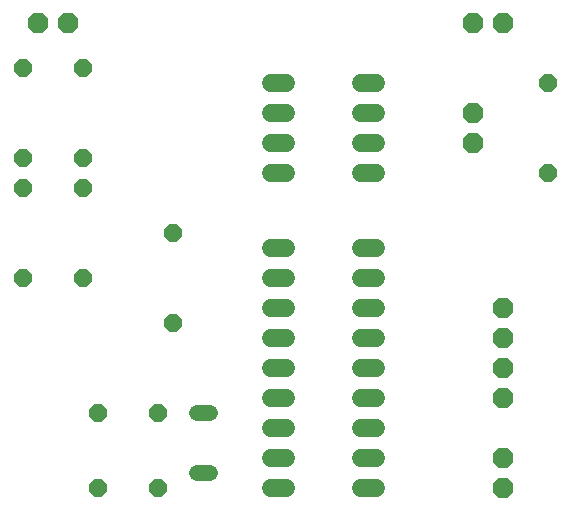
<source format=gbr>
G04 EAGLE Gerber RS-274X export*
G75*
%MOMM*%
%FSLAX34Y34*%
%LPD*%
%INSoldermask Bottom*%
%IPPOS*%
%AMOC8*
5,1,8,0,0,1.08239X$1,22.5*%
G01*
%ADD10P,1.852186X8X202.500000*%
%ADD11P,1.649562X8X202.500000*%
%ADD12P,1.852186X8X22.500000*%
%ADD13C,1.524000*%
%ADD14C,1.320800*%
%ADD15P,1.649562X8X112.500000*%
%ADD16P,1.852186X8X112.500000*%


D10*
X444500Y431800D03*
X419100Y431800D03*
X76200Y431800D03*
X50800Y431800D03*
D11*
X152400Y101600D03*
X101600Y101600D03*
X152400Y38100D03*
X101600Y38100D03*
D12*
X419100Y330200D03*
X419100Y355600D03*
D13*
X260604Y241300D02*
X247396Y241300D01*
X247396Y215900D02*
X260604Y215900D01*
X260604Y88900D02*
X247396Y88900D01*
X247396Y63500D02*
X260604Y63500D01*
X260604Y190500D02*
X247396Y190500D01*
X247396Y165100D02*
X260604Y165100D01*
X260604Y114300D02*
X247396Y114300D01*
X247396Y139700D02*
X260604Y139700D01*
X260604Y38100D02*
X247396Y38100D01*
X323596Y38100D02*
X336804Y38100D01*
X336804Y63500D02*
X323596Y63500D01*
X323596Y88900D02*
X336804Y88900D01*
X336804Y114300D02*
X323596Y114300D01*
X323596Y139700D02*
X336804Y139700D01*
X336804Y165100D02*
X323596Y165100D01*
X323596Y190500D02*
X336804Y190500D01*
X336804Y215900D02*
X323596Y215900D01*
X323596Y241300D02*
X336804Y241300D01*
X260604Y381000D02*
X247396Y381000D01*
X247396Y355600D02*
X260604Y355600D01*
X323596Y355600D02*
X336804Y355600D01*
X336804Y381000D02*
X323596Y381000D01*
X260604Y330200D02*
X247396Y330200D01*
X247396Y304800D02*
X260604Y304800D01*
X323596Y330200D02*
X336804Y330200D01*
X336804Y304800D02*
X323596Y304800D01*
D12*
X444500Y38100D03*
X444500Y63500D03*
D14*
X196088Y50800D02*
X184912Y50800D01*
X184912Y101600D02*
X196088Y101600D01*
D15*
X88900Y317500D03*
X88900Y393700D03*
X88900Y215900D03*
X88900Y292100D03*
X482600Y304800D03*
X482600Y381000D03*
X165100Y177800D03*
X165100Y254000D03*
X38100Y317500D03*
X38100Y393700D03*
X38100Y215900D03*
X38100Y292100D03*
D16*
X444500Y114300D03*
X444500Y139700D03*
X444500Y165100D03*
X444500Y190500D03*
M02*

</source>
